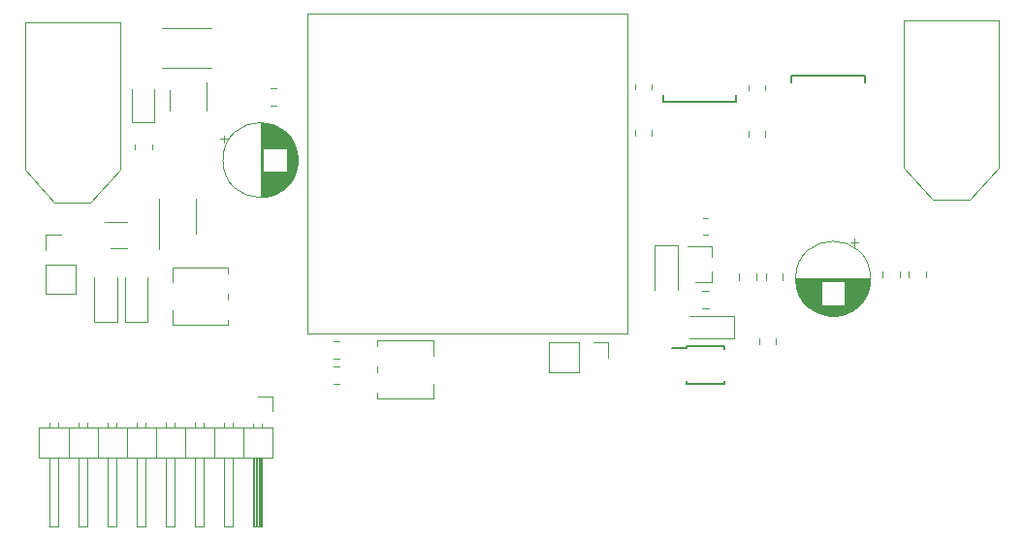
<source format=gbr>
%TF.GenerationSoftware,KiCad,Pcbnew,5.1.10*%
%TF.CreationDate,2021-11-10T11:07:09+01:00*%
%TF.ProjectId,Charging_Module,43686172-6769-46e6-975f-4d6f64756c65,rev?*%
%TF.SameCoordinates,Original*%
%TF.FileFunction,Legend,Top*%
%TF.FilePolarity,Positive*%
%FSLAX46Y46*%
G04 Gerber Fmt 4.6, Leading zero omitted, Abs format (unit mm)*
G04 Created by KiCad (PCBNEW 5.1.10) date 2021-11-10 11:07:09*
%MOMM*%
%LPD*%
G01*
G04 APERTURE LIST*
%ADD10C,0.120000*%
%ADD11C,0.195580*%
%ADD12C,0.150000*%
G04 APERTURE END LIST*
D10*
%TO.C,R8*%
X86575000Y-44587064D02*
X86575000Y-44132936D01*
X85105000Y-44587064D02*
X85105000Y-44132936D01*
%TO.C,D5*%
X86780000Y-42160000D02*
X86780000Y-39300000D01*
X84860000Y-42160000D02*
X86780000Y-42160000D01*
X84860000Y-39300000D02*
X84860000Y-42160000D01*
D11*
%TO.C,Q3*%
X131202140Y-39799180D02*
X131202140Y-40396080D01*
X137597860Y-40396080D02*
X131202140Y-40396080D01*
X137597860Y-39799180D02*
X137597860Y-40396080D01*
%TO.C,Q2*%
X148797860Y-38700820D02*
X148797860Y-38103920D01*
X142402140Y-38103920D02*
X148797860Y-38103920D01*
X142402140Y-38700820D02*
X142402140Y-38103920D01*
D10*
%TO.C,U4*%
X91310000Y-41200000D02*
X91310000Y-38750000D01*
X88090000Y-39400000D02*
X88090000Y-41200000D01*
%TO.C,U3*%
X82993000Y-53230000D02*
X84393000Y-53230000D01*
X84393000Y-50910000D02*
X82493000Y-50910000D01*
%TO.C,U2*%
X87190000Y-50400000D02*
X87190000Y-53325000D01*
X87190000Y-50400000D02*
X87190000Y-48900000D01*
X90410000Y-50400000D02*
X90410000Y-51900000D01*
X90410000Y-50400000D02*
X90410000Y-48900000D01*
D12*
%TO.C,U1*%
X133225000Y-61950000D02*
X132000000Y-61950000D01*
X133225000Y-65075000D02*
X136575000Y-65075000D01*
X133225000Y-61725000D02*
X136575000Y-61725000D01*
X133225000Y-65075000D02*
X133225000Y-64775000D01*
X136575000Y-65075000D02*
X136575000Y-64775000D01*
X136575000Y-61725000D02*
X136575000Y-62025000D01*
X133225000Y-61725000D02*
X133225000Y-61950000D01*
D10*
%TO.C,RV2*%
X88385000Y-55264000D02*
X88385000Y-56164000D01*
X88385000Y-55264000D02*
X88385000Y-56164000D01*
X88385000Y-55264000D02*
X88385000Y-55264000D01*
X93225000Y-59444000D02*
X93225000Y-59924000D01*
X93225000Y-57144000D02*
X93225000Y-57664000D01*
X93225000Y-54884000D02*
X93225000Y-55364000D01*
X88385000Y-58644000D02*
X88385000Y-59924000D01*
X88385000Y-54884000D02*
X88385000Y-56164000D01*
X88385000Y-59924000D02*
X93225000Y-59924000D01*
X88385000Y-54884000D02*
X93225000Y-54884000D01*
%TO.C,RV1*%
X111120000Y-65940000D02*
X111120000Y-65040000D01*
X111120000Y-65940000D02*
X111120000Y-65040000D01*
X111120000Y-65940000D02*
X111120000Y-65940000D01*
X106280000Y-61760000D02*
X106280000Y-61280000D01*
X106280000Y-64060000D02*
X106280000Y-63540000D01*
X106280000Y-66320000D02*
X106280000Y-65840000D01*
X111120000Y-62560000D02*
X111120000Y-61280000D01*
X111120000Y-66320000D02*
X111120000Y-65040000D01*
X111120000Y-61280000D02*
X106280000Y-61280000D01*
X111120000Y-66320000D02*
X106280000Y-66320000D01*
%TO.C,R7*%
X87422936Y-37410000D02*
X91777064Y-37410000D01*
X87422936Y-33990000D02*
X91777064Y-33990000D01*
%TO.C,R6*%
X154151000Y-55726064D02*
X154151000Y-55271936D01*
X152681000Y-55726064D02*
X152681000Y-55271936D01*
%TO.C,R5*%
X150395000Y-55271936D02*
X150395000Y-55726064D01*
X151865000Y-55271936D02*
X151865000Y-55726064D01*
%TO.C,R4*%
X102472936Y-62835000D02*
X102927064Y-62835000D01*
X102472936Y-61365000D02*
X102927064Y-61365000D01*
%TO.C,R3*%
X128765000Y-38872936D02*
X128765000Y-39327064D01*
X130235000Y-38872936D02*
X130235000Y-39327064D01*
%TO.C,R2*%
X138665000Y-38972936D02*
X138665000Y-39427064D01*
X140135000Y-38972936D02*
X140135000Y-39427064D01*
%TO.C,R1*%
X135127064Y-50565000D02*
X134672936Y-50565000D01*
X135127064Y-52035000D02*
X134672936Y-52035000D01*
%TO.C,Q1*%
X135460000Y-56180000D02*
X134000000Y-56180000D01*
X135460000Y-53020000D02*
X133300000Y-53020000D01*
X135460000Y-53020000D02*
X135460000Y-53950000D01*
X135460000Y-56180000D02*
X135460000Y-55250000D01*
%TO.C,L1*%
X100130000Y-32728000D02*
X100130000Y-60668000D01*
X128070000Y-32728000D02*
X100130000Y-32728000D01*
X128070000Y-60668000D02*
X128070000Y-32728000D01*
X100130000Y-60668000D02*
X128070000Y-60668000D01*
%TO.C,J5*%
X81200000Y-49200000D02*
X83800000Y-46350000D01*
X75500000Y-46350000D02*
X78050000Y-49200000D01*
X83800000Y-33500000D02*
X75500000Y-33500000D01*
X83800000Y-46350000D02*
X83800000Y-33500000D01*
X78050000Y-49200000D02*
X81200000Y-49200000D01*
X75500000Y-33500000D02*
X75500000Y-46350000D01*
%TO.C,J4*%
X77283000Y-52010000D02*
X78613000Y-52010000D01*
X77283000Y-53340000D02*
X77283000Y-52010000D01*
X77283000Y-54610000D02*
X79943000Y-54610000D01*
X79943000Y-54610000D02*
X79943000Y-57210000D01*
X77283000Y-54610000D02*
X77283000Y-57210000D01*
X77283000Y-57210000D02*
X79943000Y-57210000D01*
%TO.C,J3*%
X152250000Y-33280000D02*
X152250000Y-46130000D01*
X154800000Y-48980000D02*
X157950000Y-48980000D01*
X160550000Y-46130000D02*
X160550000Y-33280000D01*
X160550000Y-33280000D02*
X152250000Y-33280000D01*
X152250000Y-46130000D02*
X154800000Y-48980000D01*
X157950000Y-48980000D02*
X160550000Y-46130000D01*
%TO.C,J2*%
X126425000Y-61408000D02*
X126425000Y-62738000D01*
X125095000Y-61408000D02*
X126425000Y-61408000D01*
X123825000Y-61408000D02*
X123825000Y-64068000D01*
X123825000Y-64068000D02*
X121225000Y-64068000D01*
X123825000Y-61408000D02*
X121225000Y-61408000D01*
X121225000Y-61408000D02*
X121225000Y-64068000D01*
%TO.C,J1*%
X97070000Y-66130000D02*
X97070000Y-67400000D01*
X95800000Y-66130000D02*
X97070000Y-66130000D01*
X77640000Y-68442929D02*
X77640000Y-68840000D01*
X78400000Y-68442929D02*
X78400000Y-68840000D01*
X77640000Y-77500000D02*
X77640000Y-71500000D01*
X78400000Y-77500000D02*
X77640000Y-77500000D01*
X78400000Y-71500000D02*
X78400000Y-77500000D01*
X79290000Y-68840000D02*
X79290000Y-71500000D01*
X80180000Y-68442929D02*
X80180000Y-68840000D01*
X80940000Y-68442929D02*
X80940000Y-68840000D01*
X80180000Y-77500000D02*
X80180000Y-71500000D01*
X80940000Y-77500000D02*
X80180000Y-77500000D01*
X80940000Y-71500000D02*
X80940000Y-77500000D01*
X81830000Y-68840000D02*
X81830000Y-71500000D01*
X82720000Y-68442929D02*
X82720000Y-68840000D01*
X83480000Y-68442929D02*
X83480000Y-68840000D01*
X82720000Y-77500000D02*
X82720000Y-71500000D01*
X83480000Y-77500000D02*
X82720000Y-77500000D01*
X83480000Y-71500000D02*
X83480000Y-77500000D01*
X84370000Y-68840000D02*
X84370000Y-71500000D01*
X85260000Y-68442929D02*
X85260000Y-68840000D01*
X86020000Y-68442929D02*
X86020000Y-68840000D01*
X85260000Y-77500000D02*
X85260000Y-71500000D01*
X86020000Y-77500000D02*
X85260000Y-77500000D01*
X86020000Y-71500000D02*
X86020000Y-77500000D01*
X86910000Y-68840000D02*
X86910000Y-71500000D01*
X87800000Y-68442929D02*
X87800000Y-68840000D01*
X88560000Y-68442929D02*
X88560000Y-68840000D01*
X87800000Y-77500000D02*
X87800000Y-71500000D01*
X88560000Y-77500000D02*
X87800000Y-77500000D01*
X88560000Y-71500000D02*
X88560000Y-77500000D01*
X89450000Y-68840000D02*
X89450000Y-71500000D01*
X90340000Y-68442929D02*
X90340000Y-68840000D01*
X91100000Y-68442929D02*
X91100000Y-68840000D01*
X90340000Y-77500000D02*
X90340000Y-71500000D01*
X91100000Y-77500000D02*
X90340000Y-77500000D01*
X91100000Y-71500000D02*
X91100000Y-77500000D01*
X91990000Y-68840000D02*
X91990000Y-71500000D01*
X92880000Y-68442929D02*
X92880000Y-68840000D01*
X93640000Y-68442929D02*
X93640000Y-68840000D01*
X92880000Y-77500000D02*
X92880000Y-71500000D01*
X93640000Y-77500000D02*
X92880000Y-77500000D01*
X93640000Y-71500000D02*
X93640000Y-77500000D01*
X94530000Y-68840000D02*
X94530000Y-71500000D01*
X95420000Y-68510000D02*
X95420000Y-68840000D01*
X96180000Y-68510000D02*
X96180000Y-68840000D01*
X95520000Y-71500000D02*
X95520000Y-77500000D01*
X95640000Y-71500000D02*
X95640000Y-77500000D01*
X95760000Y-71500000D02*
X95760000Y-77500000D01*
X95880000Y-71500000D02*
X95880000Y-77500000D01*
X96000000Y-71500000D02*
X96000000Y-77500000D01*
X96120000Y-71500000D02*
X96120000Y-77500000D01*
X95420000Y-77500000D02*
X95420000Y-71500000D01*
X96180000Y-77500000D02*
X95420000Y-77500000D01*
X96180000Y-71500000D02*
X96180000Y-77500000D01*
X97130000Y-71500000D02*
X97130000Y-68840000D01*
X76690000Y-71500000D02*
X97130000Y-71500000D01*
X76690000Y-68840000D02*
X76690000Y-71500000D01*
X97130000Y-68840000D02*
X76690000Y-68840000D01*
%TO.C,D4*%
X84217000Y-59604000D02*
X84217000Y-55754000D01*
X86217000Y-59604000D02*
X86217000Y-55754000D01*
X84217000Y-59604000D02*
X86217000Y-59604000D01*
%TO.C,D3*%
X81550000Y-59604000D02*
X81550000Y-55754000D01*
X83550000Y-59604000D02*
X83550000Y-55754000D01*
X81550000Y-59604000D02*
X83550000Y-59604000D01*
%TO.C,D2*%
X137400000Y-61100000D02*
X133550000Y-61100000D01*
X137400000Y-59100000D02*
X133550000Y-59100000D01*
X137400000Y-61100000D02*
X137400000Y-59100000D01*
%TO.C,D1*%
X132500000Y-52950000D02*
X132500000Y-56850000D01*
X130500000Y-52950000D02*
X130500000Y-56850000D01*
X132500000Y-52950000D02*
X130500000Y-52950000D01*
%TO.C,C10*%
X92864759Y-43346000D02*
X92864759Y-43976000D01*
X92549759Y-43661000D02*
X93179759Y-43661000D01*
X99291000Y-45098000D02*
X99291000Y-45902000D01*
X99251000Y-44867000D02*
X99251000Y-46133000D01*
X99211000Y-44698000D02*
X99211000Y-46302000D01*
X99171000Y-44560000D02*
X99171000Y-46440000D01*
X99131000Y-44441000D02*
X99131000Y-46559000D01*
X99091000Y-44335000D02*
X99091000Y-46665000D01*
X99051000Y-44238000D02*
X99051000Y-46762000D01*
X99011000Y-44150000D02*
X99011000Y-46850000D01*
X98971000Y-44068000D02*
X98971000Y-46932000D01*
X98931000Y-43991000D02*
X98931000Y-47009000D01*
X98891000Y-43919000D02*
X98891000Y-47081000D01*
X98851000Y-43850000D02*
X98851000Y-47150000D01*
X98811000Y-43786000D02*
X98811000Y-47214000D01*
X98771000Y-43724000D02*
X98771000Y-47276000D01*
X98731000Y-43666000D02*
X98731000Y-47334000D01*
X98691000Y-43610000D02*
X98691000Y-47390000D01*
X98651000Y-43556000D02*
X98651000Y-47444000D01*
X98611000Y-43505000D02*
X98611000Y-47495000D01*
X98571000Y-43456000D02*
X98571000Y-47544000D01*
X98531000Y-43408000D02*
X98531000Y-47592000D01*
X98491000Y-43363000D02*
X98491000Y-47637000D01*
X98451000Y-43318000D02*
X98451000Y-47682000D01*
X98411000Y-43276000D02*
X98411000Y-47724000D01*
X98371000Y-43235000D02*
X98371000Y-47765000D01*
X98331000Y-46540000D02*
X98331000Y-47805000D01*
X98331000Y-43195000D02*
X98331000Y-44460000D01*
X98291000Y-46540000D02*
X98291000Y-47843000D01*
X98291000Y-43157000D02*
X98291000Y-44460000D01*
X98251000Y-46540000D02*
X98251000Y-47880000D01*
X98251000Y-43120000D02*
X98251000Y-44460000D01*
X98211000Y-46540000D02*
X98211000Y-47916000D01*
X98211000Y-43084000D02*
X98211000Y-44460000D01*
X98171000Y-46540000D02*
X98171000Y-47950000D01*
X98171000Y-43050000D02*
X98171000Y-44460000D01*
X98131000Y-46540000D02*
X98131000Y-47984000D01*
X98131000Y-43016000D02*
X98131000Y-44460000D01*
X98091000Y-46540000D02*
X98091000Y-48016000D01*
X98091000Y-42984000D02*
X98091000Y-44460000D01*
X98051000Y-46540000D02*
X98051000Y-48048000D01*
X98051000Y-42952000D02*
X98051000Y-44460000D01*
X98011000Y-46540000D02*
X98011000Y-48078000D01*
X98011000Y-42922000D02*
X98011000Y-44460000D01*
X97971000Y-46540000D02*
X97971000Y-48107000D01*
X97971000Y-42893000D02*
X97971000Y-44460000D01*
X97931000Y-46540000D02*
X97931000Y-48136000D01*
X97931000Y-42864000D02*
X97931000Y-44460000D01*
X97891000Y-46540000D02*
X97891000Y-48164000D01*
X97891000Y-42836000D02*
X97891000Y-44460000D01*
X97851000Y-46540000D02*
X97851000Y-48190000D01*
X97851000Y-42810000D02*
X97851000Y-44460000D01*
X97811000Y-46540000D02*
X97811000Y-48216000D01*
X97811000Y-42784000D02*
X97811000Y-44460000D01*
X97771000Y-46540000D02*
X97771000Y-48242000D01*
X97771000Y-42758000D02*
X97771000Y-44460000D01*
X97731000Y-46540000D02*
X97731000Y-48266000D01*
X97731000Y-42734000D02*
X97731000Y-44460000D01*
X97691000Y-46540000D02*
X97691000Y-48290000D01*
X97691000Y-42710000D02*
X97691000Y-44460000D01*
X97651000Y-46540000D02*
X97651000Y-48312000D01*
X97651000Y-42688000D02*
X97651000Y-44460000D01*
X97611000Y-46540000D02*
X97611000Y-48334000D01*
X97611000Y-42666000D02*
X97611000Y-44460000D01*
X97571000Y-46540000D02*
X97571000Y-48356000D01*
X97571000Y-42644000D02*
X97571000Y-44460000D01*
X97531000Y-46540000D02*
X97531000Y-48376000D01*
X97531000Y-42624000D02*
X97531000Y-44460000D01*
X97491000Y-46540000D02*
X97491000Y-48396000D01*
X97491000Y-42604000D02*
X97491000Y-44460000D01*
X97451000Y-46540000D02*
X97451000Y-48416000D01*
X97451000Y-42584000D02*
X97451000Y-44460000D01*
X97411000Y-46540000D02*
X97411000Y-48434000D01*
X97411000Y-42566000D02*
X97411000Y-44460000D01*
X97371000Y-46540000D02*
X97371000Y-48452000D01*
X97371000Y-42548000D02*
X97371000Y-44460000D01*
X97331000Y-46540000D02*
X97331000Y-48470000D01*
X97331000Y-42530000D02*
X97331000Y-44460000D01*
X97291000Y-46540000D02*
X97291000Y-48486000D01*
X97291000Y-42514000D02*
X97291000Y-44460000D01*
X97251000Y-46540000D02*
X97251000Y-48502000D01*
X97251000Y-42498000D02*
X97251000Y-44460000D01*
X97211000Y-46540000D02*
X97211000Y-48518000D01*
X97211000Y-42482000D02*
X97211000Y-44460000D01*
X97171000Y-46540000D02*
X97171000Y-48533000D01*
X97171000Y-42467000D02*
X97171000Y-44460000D01*
X97131000Y-46540000D02*
X97131000Y-48547000D01*
X97131000Y-42453000D02*
X97131000Y-44460000D01*
X97091000Y-46540000D02*
X97091000Y-48561000D01*
X97091000Y-42439000D02*
X97091000Y-44460000D01*
X97051000Y-46540000D02*
X97051000Y-48574000D01*
X97051000Y-42426000D02*
X97051000Y-44460000D01*
X97011000Y-46540000D02*
X97011000Y-48586000D01*
X97011000Y-42414000D02*
X97011000Y-44460000D01*
X96971000Y-46540000D02*
X96971000Y-48598000D01*
X96971000Y-42402000D02*
X96971000Y-44460000D01*
X96931000Y-46540000D02*
X96931000Y-48610000D01*
X96931000Y-42390000D02*
X96931000Y-44460000D01*
X96891000Y-46540000D02*
X96891000Y-48621000D01*
X96891000Y-42379000D02*
X96891000Y-44460000D01*
X96851000Y-46540000D02*
X96851000Y-48631000D01*
X96851000Y-42369000D02*
X96851000Y-44460000D01*
X96811000Y-46540000D02*
X96811000Y-48641000D01*
X96811000Y-42359000D02*
X96811000Y-44460000D01*
X96771000Y-46540000D02*
X96771000Y-48650000D01*
X96771000Y-42350000D02*
X96771000Y-44460000D01*
X96730000Y-46540000D02*
X96730000Y-48659000D01*
X96730000Y-42341000D02*
X96730000Y-44460000D01*
X96690000Y-46540000D02*
X96690000Y-48667000D01*
X96690000Y-42333000D02*
X96690000Y-44460000D01*
X96650000Y-46540000D02*
X96650000Y-48675000D01*
X96650000Y-42325000D02*
X96650000Y-44460000D01*
X96610000Y-46540000D02*
X96610000Y-48682000D01*
X96610000Y-42318000D02*
X96610000Y-44460000D01*
X96570000Y-46540000D02*
X96570000Y-48689000D01*
X96570000Y-42311000D02*
X96570000Y-44460000D01*
X96530000Y-46540000D02*
X96530000Y-48695000D01*
X96530000Y-42305000D02*
X96530000Y-44460000D01*
X96490000Y-46540000D02*
X96490000Y-48701000D01*
X96490000Y-42299000D02*
X96490000Y-44460000D01*
X96450000Y-46540000D02*
X96450000Y-48706000D01*
X96450000Y-42294000D02*
X96450000Y-44460000D01*
X96410000Y-46540000D02*
X96410000Y-48711000D01*
X96410000Y-42289000D02*
X96410000Y-44460000D01*
X96370000Y-46540000D02*
X96370000Y-48715000D01*
X96370000Y-42285000D02*
X96370000Y-44460000D01*
X96330000Y-46540000D02*
X96330000Y-48718000D01*
X96330000Y-42282000D02*
X96330000Y-44460000D01*
X96290000Y-46540000D02*
X96290000Y-48722000D01*
X96290000Y-42278000D02*
X96290000Y-44460000D01*
X96250000Y-42276000D02*
X96250000Y-48724000D01*
X96210000Y-42273000D02*
X96210000Y-48727000D01*
X96170000Y-42272000D02*
X96170000Y-48728000D01*
X96130000Y-42270000D02*
X96130000Y-48730000D01*
X96090000Y-42270000D02*
X96090000Y-48730000D01*
X96050000Y-42270000D02*
X96050000Y-48730000D01*
X99320000Y-45500000D02*
G75*
G03*
X99320000Y-45500000I-3270000J0D01*
G01*
%TO.C,C9*%
X96938748Y-40735000D02*
X97461252Y-40735000D01*
X96938748Y-39265000D02*
X97461252Y-39265000D01*
%TO.C,C8*%
X102438748Y-65035000D02*
X102961252Y-65035000D01*
X102438748Y-63565000D02*
X102961252Y-63565000D01*
%TO.C,C7*%
X128765000Y-42838748D02*
X128765000Y-43361252D01*
X130235000Y-42838748D02*
X130235000Y-43361252D01*
%TO.C,C6*%
X138665000Y-42938748D02*
X138665000Y-43461252D01*
X140135000Y-42938748D02*
X140135000Y-43461252D01*
%TO.C,C5*%
X139565000Y-61038748D02*
X139565000Y-61561252D01*
X141035000Y-61038748D02*
X141035000Y-61561252D01*
%TO.C,C4*%
X148204000Y-52674759D02*
X147574000Y-52674759D01*
X147889000Y-52359759D02*
X147889000Y-52989759D01*
X146452000Y-59101000D02*
X145648000Y-59101000D01*
X146683000Y-59061000D02*
X145417000Y-59061000D01*
X146852000Y-59021000D02*
X145248000Y-59021000D01*
X146990000Y-58981000D02*
X145110000Y-58981000D01*
X147109000Y-58941000D02*
X144991000Y-58941000D01*
X147215000Y-58901000D02*
X144885000Y-58901000D01*
X147312000Y-58861000D02*
X144788000Y-58861000D01*
X147400000Y-58821000D02*
X144700000Y-58821000D01*
X147482000Y-58781000D02*
X144618000Y-58781000D01*
X147559000Y-58741000D02*
X144541000Y-58741000D01*
X147631000Y-58701000D02*
X144469000Y-58701000D01*
X147700000Y-58661000D02*
X144400000Y-58661000D01*
X147764000Y-58621000D02*
X144336000Y-58621000D01*
X147826000Y-58581000D02*
X144274000Y-58581000D01*
X147884000Y-58541000D02*
X144216000Y-58541000D01*
X147940000Y-58501000D02*
X144160000Y-58501000D01*
X147994000Y-58461000D02*
X144106000Y-58461000D01*
X148045000Y-58421000D02*
X144055000Y-58421000D01*
X148094000Y-58381000D02*
X144006000Y-58381000D01*
X148142000Y-58341000D02*
X143958000Y-58341000D01*
X148187000Y-58301000D02*
X143913000Y-58301000D01*
X148232000Y-58261000D02*
X143868000Y-58261000D01*
X148274000Y-58221000D02*
X143826000Y-58221000D01*
X148315000Y-58181000D02*
X143785000Y-58181000D01*
X145010000Y-58141000D02*
X143745000Y-58141000D01*
X148355000Y-58141000D02*
X147090000Y-58141000D01*
X145010000Y-58101000D02*
X143707000Y-58101000D01*
X148393000Y-58101000D02*
X147090000Y-58101000D01*
X145010000Y-58061000D02*
X143670000Y-58061000D01*
X148430000Y-58061000D02*
X147090000Y-58061000D01*
X145010000Y-58021000D02*
X143634000Y-58021000D01*
X148466000Y-58021000D02*
X147090000Y-58021000D01*
X145010000Y-57981000D02*
X143600000Y-57981000D01*
X148500000Y-57981000D02*
X147090000Y-57981000D01*
X145010000Y-57941000D02*
X143566000Y-57941000D01*
X148534000Y-57941000D02*
X147090000Y-57941000D01*
X145010000Y-57901000D02*
X143534000Y-57901000D01*
X148566000Y-57901000D02*
X147090000Y-57901000D01*
X145010000Y-57861000D02*
X143502000Y-57861000D01*
X148598000Y-57861000D02*
X147090000Y-57861000D01*
X145010000Y-57821000D02*
X143472000Y-57821000D01*
X148628000Y-57821000D02*
X147090000Y-57821000D01*
X145010000Y-57781000D02*
X143443000Y-57781000D01*
X148657000Y-57781000D02*
X147090000Y-57781000D01*
X145010000Y-57741000D02*
X143414000Y-57741000D01*
X148686000Y-57741000D02*
X147090000Y-57741000D01*
X145010000Y-57701000D02*
X143386000Y-57701000D01*
X148714000Y-57701000D02*
X147090000Y-57701000D01*
X145010000Y-57661000D02*
X143360000Y-57661000D01*
X148740000Y-57661000D02*
X147090000Y-57661000D01*
X145010000Y-57621000D02*
X143334000Y-57621000D01*
X148766000Y-57621000D02*
X147090000Y-57621000D01*
X145010000Y-57581000D02*
X143308000Y-57581000D01*
X148792000Y-57581000D02*
X147090000Y-57581000D01*
X145010000Y-57541000D02*
X143284000Y-57541000D01*
X148816000Y-57541000D02*
X147090000Y-57541000D01*
X145010000Y-57501000D02*
X143260000Y-57501000D01*
X148840000Y-57501000D02*
X147090000Y-57501000D01*
X145010000Y-57461000D02*
X143238000Y-57461000D01*
X148862000Y-57461000D02*
X147090000Y-57461000D01*
X145010000Y-57421000D02*
X143216000Y-57421000D01*
X148884000Y-57421000D02*
X147090000Y-57421000D01*
X145010000Y-57381000D02*
X143194000Y-57381000D01*
X148906000Y-57381000D02*
X147090000Y-57381000D01*
X145010000Y-57341000D02*
X143174000Y-57341000D01*
X148926000Y-57341000D02*
X147090000Y-57341000D01*
X145010000Y-57301000D02*
X143154000Y-57301000D01*
X148946000Y-57301000D02*
X147090000Y-57301000D01*
X145010000Y-57261000D02*
X143134000Y-57261000D01*
X148966000Y-57261000D02*
X147090000Y-57261000D01*
X145010000Y-57221000D02*
X143116000Y-57221000D01*
X148984000Y-57221000D02*
X147090000Y-57221000D01*
X145010000Y-57181000D02*
X143098000Y-57181000D01*
X149002000Y-57181000D02*
X147090000Y-57181000D01*
X145010000Y-57141000D02*
X143080000Y-57141000D01*
X149020000Y-57141000D02*
X147090000Y-57141000D01*
X145010000Y-57101000D02*
X143064000Y-57101000D01*
X149036000Y-57101000D02*
X147090000Y-57101000D01*
X145010000Y-57061000D02*
X143048000Y-57061000D01*
X149052000Y-57061000D02*
X147090000Y-57061000D01*
X145010000Y-57021000D02*
X143032000Y-57021000D01*
X149068000Y-57021000D02*
X147090000Y-57021000D01*
X145010000Y-56981000D02*
X143017000Y-56981000D01*
X149083000Y-56981000D02*
X147090000Y-56981000D01*
X145010000Y-56941000D02*
X143003000Y-56941000D01*
X149097000Y-56941000D02*
X147090000Y-56941000D01*
X145010000Y-56901000D02*
X142989000Y-56901000D01*
X149111000Y-56901000D02*
X147090000Y-56901000D01*
X145010000Y-56861000D02*
X142976000Y-56861000D01*
X149124000Y-56861000D02*
X147090000Y-56861000D01*
X145010000Y-56821000D02*
X142964000Y-56821000D01*
X149136000Y-56821000D02*
X147090000Y-56821000D01*
X145010000Y-56781000D02*
X142952000Y-56781000D01*
X149148000Y-56781000D02*
X147090000Y-56781000D01*
X145010000Y-56741000D02*
X142940000Y-56741000D01*
X149160000Y-56741000D02*
X147090000Y-56741000D01*
X145010000Y-56701000D02*
X142929000Y-56701000D01*
X149171000Y-56701000D02*
X147090000Y-56701000D01*
X145010000Y-56661000D02*
X142919000Y-56661000D01*
X149181000Y-56661000D02*
X147090000Y-56661000D01*
X145010000Y-56621000D02*
X142909000Y-56621000D01*
X149191000Y-56621000D02*
X147090000Y-56621000D01*
X145010000Y-56581000D02*
X142900000Y-56581000D01*
X149200000Y-56581000D02*
X147090000Y-56581000D01*
X145010000Y-56540000D02*
X142891000Y-56540000D01*
X149209000Y-56540000D02*
X147090000Y-56540000D01*
X145010000Y-56500000D02*
X142883000Y-56500000D01*
X149217000Y-56500000D02*
X147090000Y-56500000D01*
X145010000Y-56460000D02*
X142875000Y-56460000D01*
X149225000Y-56460000D02*
X147090000Y-56460000D01*
X145010000Y-56420000D02*
X142868000Y-56420000D01*
X149232000Y-56420000D02*
X147090000Y-56420000D01*
X145010000Y-56380000D02*
X142861000Y-56380000D01*
X149239000Y-56380000D02*
X147090000Y-56380000D01*
X145010000Y-56340000D02*
X142855000Y-56340000D01*
X149245000Y-56340000D02*
X147090000Y-56340000D01*
X145010000Y-56300000D02*
X142849000Y-56300000D01*
X149251000Y-56300000D02*
X147090000Y-56300000D01*
X145010000Y-56260000D02*
X142844000Y-56260000D01*
X149256000Y-56260000D02*
X147090000Y-56260000D01*
X145010000Y-56220000D02*
X142839000Y-56220000D01*
X149261000Y-56220000D02*
X147090000Y-56220000D01*
X145010000Y-56180000D02*
X142835000Y-56180000D01*
X149265000Y-56180000D02*
X147090000Y-56180000D01*
X145010000Y-56140000D02*
X142832000Y-56140000D01*
X149268000Y-56140000D02*
X147090000Y-56140000D01*
X145010000Y-56100000D02*
X142828000Y-56100000D01*
X149272000Y-56100000D02*
X147090000Y-56100000D01*
X149274000Y-56060000D02*
X142826000Y-56060000D01*
X149277000Y-56020000D02*
X142823000Y-56020000D01*
X149278000Y-55980000D02*
X142822000Y-55980000D01*
X149280000Y-55940000D02*
X142820000Y-55940000D01*
X149280000Y-55900000D02*
X142820000Y-55900000D01*
X149280000Y-55860000D02*
X142820000Y-55860000D01*
X149320000Y-55860000D02*
G75*
G03*
X149320000Y-55860000I-3270000J0D01*
G01*
%TO.C,C3*%
X140165000Y-55438748D02*
X140165000Y-55961252D01*
X141635000Y-55438748D02*
X141635000Y-55961252D01*
%TO.C,C2*%
X137865000Y-55438748D02*
X137865000Y-55961252D01*
X139335000Y-55438748D02*
X139335000Y-55961252D01*
%TO.C,C1*%
X134638748Y-58435000D02*
X135161252Y-58435000D01*
X134638748Y-56965000D02*
X135161252Y-56965000D01*
%TD*%
M02*

</source>
